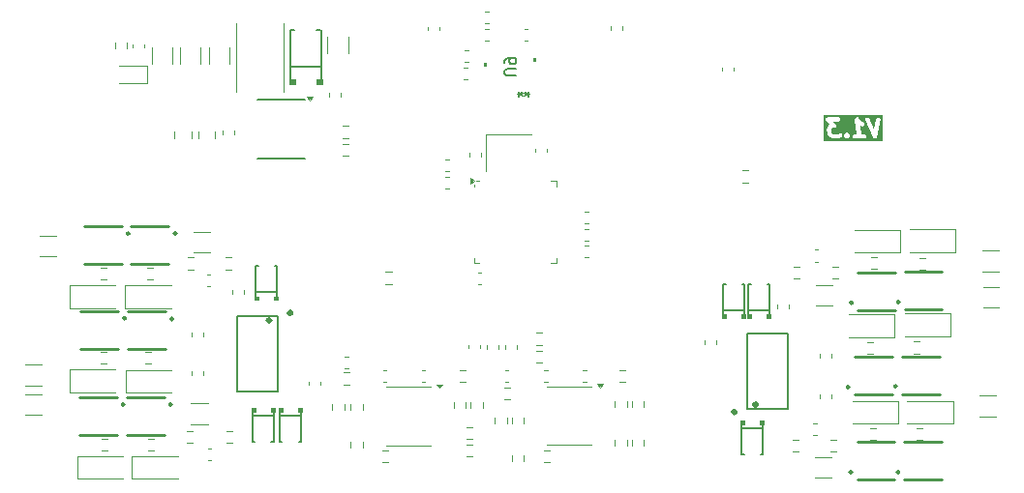
<source format=gbr>
%TF.GenerationSoftware,KiCad,Pcbnew,8.0.2*%
%TF.CreationDate,2024-06-06T21:52:40+08:00*%
%TF.ProjectId,bldcDriver,626c6463-4472-4697-9665-722e6b696361,rev?*%
%TF.SameCoordinates,Original*%
%TF.FileFunction,Legend,Bot*%
%TF.FilePolarity,Positive*%
%FSLAX46Y46*%
G04 Gerber Fmt 4.6, Leading zero omitted, Abs format (unit mm)*
G04 Created by KiCad (PCBNEW 8.0.2) date 2024-06-06 21:52:40*
%MOMM*%
%LPD*%
G01*
G04 APERTURE LIST*
%ADD10C,0.375000*%
%ADD11C,0.150000*%
%ADD12C,0.120000*%
%ADD13C,0.152000*%
%ADD14C,0.254000*%
%ADD15C,0.000000*%
%ADD16C,0.300000*%
G04 APERTURE END LIST*
D10*
G36*
X109906853Y-42271928D02*
G01*
X104731893Y-42271928D01*
X104731893Y-40360349D01*
X104919393Y-40360349D01*
X104919393Y-40433507D01*
X104947389Y-40501097D01*
X104947390Y-40501098D01*
X104970707Y-40529511D01*
X105291744Y-40847820D01*
X105228882Y-40882906D01*
X105212194Y-40891160D01*
X105209404Y-40893778D01*
X105207689Y-40894736D01*
X105205336Y-40897597D01*
X105185395Y-40916316D01*
X105115251Y-41001057D01*
X105104659Y-41012394D01*
X105102891Y-41015989D01*
X105101520Y-41017646D01*
X105100292Y-41021275D01*
X105088442Y-41045379D01*
X105045687Y-41166350D01*
X105042815Y-41170044D01*
X105037322Y-41190020D01*
X105025401Y-41223751D01*
X105025691Y-41232318D01*
X105023419Y-41240584D01*
X105024381Y-41277328D01*
X105068151Y-41603389D01*
X105067663Y-41605506D01*
X105071557Y-41628765D01*
X105077136Y-41670320D01*
X105079091Y-41673759D01*
X105079745Y-41677660D01*
X105096076Y-41710588D01*
X105186049Y-41849072D01*
X105194847Y-41867216D01*
X105204919Y-41878115D01*
X105207803Y-41882554D01*
X105211374Y-41885101D01*
X105219793Y-41894211D01*
X105301232Y-41963035D01*
X105313319Y-41976318D01*
X105325677Y-41983693D01*
X105329884Y-41987248D01*
X105334064Y-41988698D01*
X105344882Y-41995154D01*
X105471572Y-42052066D01*
X105472335Y-42052829D01*
X105484329Y-42057797D01*
X105531299Y-42078897D01*
X105535780Y-42079108D01*
X105539925Y-42080825D01*
X105576504Y-42084428D01*
X105979298Y-42081308D01*
X105986527Y-42083508D01*
X106011643Y-42081057D01*
X106041655Y-42080825D01*
X106050168Y-42077298D01*
X106059340Y-42076404D01*
X106093311Y-42062369D01*
X106236621Y-41982380D01*
X106253314Y-41974125D01*
X106256103Y-41971506D01*
X106257819Y-41970549D01*
X106260172Y-41967687D01*
X106280112Y-41948969D01*
X106363988Y-41847639D01*
X106379683Y-41801234D01*
X106524510Y-41801234D01*
X106526894Y-41837012D01*
X106529001Y-41872816D01*
X106529326Y-41873486D01*
X106529376Y-41874232D01*
X106545271Y-41906372D01*
X106560919Y-41938645D01*
X106561592Y-41939373D01*
X106561808Y-41939810D01*
X106562787Y-41940667D01*
X106585865Y-41965640D01*
X106648329Y-42018428D01*
X106649013Y-42019630D01*
X106658285Y-42026841D01*
X106695956Y-42058677D01*
X106696660Y-42058921D01*
X106697221Y-42059412D01*
X106702423Y-42061171D01*
X106706762Y-42064546D01*
X106736218Y-42072645D01*
X106765073Y-42082656D01*
X106765817Y-42082612D01*
X106766523Y-42082851D01*
X106772005Y-42082485D01*
X106777303Y-42083942D01*
X106807607Y-42080154D01*
X106838106Y-42078360D01*
X106838777Y-42078034D01*
X106839521Y-42077985D01*
X106844446Y-42075549D01*
X106849896Y-42074868D01*
X106876449Y-42059768D01*
X106903935Y-42046442D01*
X106904430Y-42045884D01*
X106905099Y-42045554D01*
X106910710Y-42040286D01*
X106913492Y-42038705D01*
X106916458Y-42034890D01*
X106931898Y-42020398D01*
X107010514Y-41925422D01*
X107015037Y-41920335D01*
X107015261Y-41919688D01*
X107015774Y-41919069D01*
X107027279Y-41885049D01*
X107035850Y-41860349D01*
X107249750Y-41860349D01*
X107249750Y-41933507D01*
X107277746Y-42001097D01*
X107329478Y-42052829D01*
X107397068Y-42080825D01*
X107433647Y-42084428D01*
X107844475Y-42082771D01*
X107848731Y-42083942D01*
X107858546Y-42082715D01*
X108327369Y-42080825D01*
X108394959Y-42052829D01*
X108446691Y-42001097D01*
X108474687Y-41933507D01*
X108474687Y-41860349D01*
X108446691Y-41792759D01*
X108394959Y-41741027D01*
X108327369Y-41713031D01*
X108290790Y-41709428D01*
X108027486Y-41710489D01*
X107927404Y-40924697D01*
X108111655Y-41007468D01*
X108184732Y-41010917D01*
X108253567Y-40986137D01*
X108307679Y-40936901D01*
X108338829Y-40870706D01*
X108342278Y-40797629D01*
X108317497Y-40728793D01*
X108268262Y-40674682D01*
X108236698Y-40655847D01*
X108114738Y-40601058D01*
X107990531Y-40493797D01*
X107887883Y-40367189D01*
X108346734Y-40367189D01*
X108349446Y-40440297D01*
X108361411Y-40475051D01*
X109042948Y-41953693D01*
X109045491Y-41967111D01*
X109057772Y-41985856D01*
X109067427Y-42006802D01*
X109077815Y-42016448D01*
X109085585Y-42028306D01*
X109104374Y-42041108D01*
X109121039Y-42056581D01*
X109134329Y-42061517D01*
X109146044Y-42069499D01*
X109168304Y-42074136D01*
X109189621Y-42082054D01*
X109203786Y-42081528D01*
X109217665Y-42084420D01*
X109240008Y-42080185D01*
X109262730Y-42079343D01*
X109275613Y-42073438D01*
X109289544Y-42070798D01*
X109308569Y-42058333D01*
X109329235Y-42048861D01*
X109338878Y-42038474D01*
X109350739Y-42030704D01*
X109363543Y-42011910D01*
X109379014Y-41995249D01*
X109383949Y-41981960D01*
X109391932Y-41970245D01*
X109402920Y-41935169D01*
X109719353Y-40398625D01*
X109705731Y-40326746D01*
X109665637Y-40265550D01*
X109605178Y-40224357D01*
X109533557Y-40209436D01*
X109461678Y-40223059D01*
X109400483Y-40263152D01*
X109359290Y-40323612D01*
X109348302Y-40358687D01*
X109153286Y-41305649D01*
X108683794Y-40287054D01*
X108630183Y-40237275D01*
X108561600Y-40211801D01*
X108488492Y-40214513D01*
X108421987Y-40244995D01*
X108372208Y-40298606D01*
X108346734Y-40367189D01*
X107887883Y-40367189D01*
X107825849Y-40290676D01*
X107816495Y-40274226D01*
X107805712Y-40265840D01*
X107796197Y-40254103D01*
X107776526Y-40243139D01*
X107758745Y-40229310D01*
X107744865Y-40225493D01*
X107732294Y-40218487D01*
X107709921Y-40215885D01*
X107688205Y-40209914D01*
X107673924Y-40211699D01*
X107659623Y-40210036D01*
X107637956Y-40216194D01*
X107615612Y-40218988D01*
X107603097Y-40226104D01*
X107589252Y-40230040D01*
X107571598Y-40244015D01*
X107552016Y-40255151D01*
X107543176Y-40266516D01*
X107531893Y-40275449D01*
X107520929Y-40295119D01*
X107507100Y-40312901D01*
X107503283Y-40326780D01*
X107496277Y-40339352D01*
X107493675Y-40361724D01*
X107487704Y-40383441D01*
X107488337Y-40407626D01*
X107487826Y-40412023D01*
X107488515Y-40414449D01*
X107488666Y-40420185D01*
X107653196Y-41711998D01*
X107397068Y-41713031D01*
X107329478Y-41741027D01*
X107277746Y-41792759D01*
X107249750Y-41860349D01*
X107035850Y-41860349D01*
X107039018Y-41851219D01*
X107038974Y-41850473D01*
X107039213Y-41849767D01*
X107036828Y-41813988D01*
X107034722Y-41778185D01*
X107034396Y-41777514D01*
X107034347Y-41776769D01*
X107018427Y-41744577D01*
X107002804Y-41712356D01*
X107002133Y-41711629D01*
X107001916Y-41711191D01*
X107000930Y-41710328D01*
X106977858Y-41685361D01*
X106915393Y-41632571D01*
X106914710Y-41631369D01*
X106905434Y-41624154D01*
X106867769Y-41592323D01*
X106867061Y-41592077D01*
X106866501Y-41591587D01*
X106861300Y-41589828D01*
X106856961Y-41586453D01*
X106827508Y-41578354D01*
X106798652Y-41568343D01*
X106797905Y-41568386D01*
X106797199Y-41568148D01*
X106791717Y-41568513D01*
X106786420Y-41567057D01*
X106756114Y-41570845D01*
X106725618Y-41572639D01*
X106724944Y-41572965D01*
X106724201Y-41573015D01*
X106719277Y-41575449D01*
X106713827Y-41576131D01*
X106687267Y-41591233D01*
X106659789Y-41604557D01*
X106659293Y-41605114D01*
X106658623Y-41605446D01*
X106653013Y-41610712D01*
X106650231Y-41612294D01*
X106647264Y-41616108D01*
X106631824Y-41630602D01*
X106553232Y-41725549D01*
X106548685Y-41730665D01*
X106548459Y-41731315D01*
X106547949Y-41731932D01*
X106536468Y-41765875D01*
X106524705Y-41799782D01*
X106524748Y-41800527D01*
X106524510Y-41801234D01*
X106379683Y-41801234D01*
X106387427Y-41778337D01*
X106382560Y-41705339D01*
X106350129Y-41639762D01*
X106295072Y-41591587D01*
X106225770Y-41568148D01*
X106152772Y-41573015D01*
X106087194Y-41605446D01*
X106060395Y-41630602D01*
X106023339Y-41675368D01*
X105961715Y-41709763D01*
X105623197Y-41712385D01*
X105533683Y-41672173D01*
X105491622Y-41636627D01*
X105436213Y-41551344D01*
X105399873Y-41280637D01*
X105424313Y-41211486D01*
X105442165Y-41189918D01*
X105504320Y-41155226D01*
X105711228Y-41152255D01*
X105711299Y-41152255D01*
X105761720Y-41131369D01*
X105778888Y-41124258D01*
X105830620Y-41072526D01*
X105838819Y-41052730D01*
X105858617Y-41004937D01*
X105858617Y-40931777D01*
X105836051Y-40877301D01*
X105830620Y-40864188D01*
X105830614Y-40864182D01*
X105807302Y-40835775D01*
X105552111Y-40582752D01*
X106068440Y-40580825D01*
X106136030Y-40552829D01*
X106187762Y-40501097D01*
X106215758Y-40433507D01*
X106215758Y-40360349D01*
X106187762Y-40292759D01*
X106136030Y-40241027D01*
X106068440Y-40213031D01*
X106031861Y-40209428D01*
X105066711Y-40213031D01*
X105066710Y-40213031D01*
X105052329Y-40218988D01*
X104999121Y-40241027D01*
X104947389Y-40292759D01*
X104919393Y-40360349D01*
X104731893Y-40360349D01*
X104731893Y-40021928D01*
X109906853Y-40021928D01*
X109906853Y-42271928D01*
G37*
D11*
X77845180Y-36561905D02*
X77035657Y-36561905D01*
X77035657Y-36561905D02*
X76940419Y-36514286D01*
X76940419Y-36514286D02*
X76892800Y-36466667D01*
X76892800Y-36466667D02*
X76845180Y-36371429D01*
X76845180Y-36371429D02*
X76845180Y-36180953D01*
X76845180Y-36180953D02*
X76892800Y-36085715D01*
X76892800Y-36085715D02*
X76940419Y-36038096D01*
X76940419Y-36038096D02*
X77035657Y-35990477D01*
X77035657Y-35990477D02*
X77845180Y-35990477D01*
X76845180Y-35466667D02*
X76845180Y-35276191D01*
X76845180Y-35276191D02*
X76892800Y-35180953D01*
X76892800Y-35180953D02*
X76940419Y-35133334D01*
X76940419Y-35133334D02*
X77083276Y-35038096D01*
X77083276Y-35038096D02*
X77273752Y-34990477D01*
X77273752Y-34990477D02*
X77654704Y-34990477D01*
X77654704Y-34990477D02*
X77749942Y-35038096D01*
X77749942Y-35038096D02*
X77797561Y-35085715D01*
X77797561Y-35085715D02*
X77845180Y-35180953D01*
X77845180Y-35180953D02*
X77845180Y-35371429D01*
X77845180Y-35371429D02*
X77797561Y-35466667D01*
X77797561Y-35466667D02*
X77749942Y-35514286D01*
X77749942Y-35514286D02*
X77654704Y-35561905D01*
X77654704Y-35561905D02*
X77416609Y-35561905D01*
X77416609Y-35561905D02*
X77321371Y-35514286D01*
X77321371Y-35514286D02*
X77273752Y-35466667D01*
X77273752Y-35466667D02*
X77226133Y-35371429D01*
X77226133Y-35371429D02*
X77226133Y-35180953D01*
X77226133Y-35180953D02*
X77273752Y-35085715D01*
X77273752Y-35085715D02*
X77321371Y-35038096D01*
X77321371Y-35038096D02*
X77416609Y-34990477D01*
X77954819Y-38187601D02*
X78192914Y-38187601D01*
X78097676Y-37949506D02*
X78192914Y-38187601D01*
X78192914Y-38187601D02*
X78097676Y-38425696D01*
X78383390Y-38044744D02*
X78192914Y-38187601D01*
X78192914Y-38187601D02*
X78383390Y-38330458D01*
X79045180Y-38187600D02*
X78807085Y-38187600D01*
X78902323Y-38425695D02*
X78807085Y-38187600D01*
X78807085Y-38187600D02*
X78902323Y-37949505D01*
X78616609Y-38330457D02*
X78807085Y-38187600D01*
X78807085Y-38187600D02*
X78616609Y-38044743D01*
D12*
%TO.C,R20*%
X87977500Y-65057776D02*
X87977500Y-65567224D01*
X89022500Y-65057776D02*
X89022500Y-65567224D01*
%TO.C,C9*%
X75257500Y-60496267D02*
X75257500Y-60203733D01*
X76277500Y-60496267D02*
X76277500Y-60203733D01*
%TO.C,R2*%
X63145724Y-42531500D02*
X62636276Y-42531500D01*
X63145724Y-43576500D02*
X62636276Y-43576500D01*
%TO.C,R23*%
X52475276Y-67667500D02*
X52984724Y-67667500D01*
X52475276Y-68712500D02*
X52984724Y-68712500D01*
%TO.C,R3*%
X42758500Y-34183724D02*
X42758500Y-33674276D01*
X43803500Y-34183724D02*
X43803500Y-33674276D01*
%TO.C,C6*%
X48431000Y-34092748D02*
X48431000Y-35515252D01*
X50251000Y-34092748D02*
X50251000Y-35515252D01*
D13*
%TO.C,D2*%
X97574000Y-69776000D02*
X97574000Y-67024000D01*
X97767000Y-69776000D02*
X97574000Y-69776000D01*
X99233000Y-69776000D02*
X99426000Y-69776000D01*
X99376000Y-67483000D02*
X97624000Y-67483000D01*
X99426000Y-69776000D02*
X99426000Y-67024000D01*
D12*
X97818000Y-67100000D02*
X97498000Y-67100000D01*
X97498000Y-66795000D01*
X97818000Y-66795000D01*
X97818000Y-67100000D01*
G36*
X97818000Y-67100000D02*
G01*
X97498000Y-67100000D01*
X97498000Y-66795000D01*
X97818000Y-66795000D01*
X97818000Y-67100000D01*
G37*
X99502000Y-67100000D02*
X99182000Y-67100000D01*
X99182000Y-66795000D01*
X99502000Y-66795000D01*
X99502000Y-67100000D01*
G36*
X99502000Y-67100000D02*
G01*
X99182000Y-67100000D01*
X99182000Y-66795000D01*
X99502000Y-66795000D01*
X99502000Y-67100000D01*
G37*
%TO.C,C18*%
X74516233Y-53840000D02*
X74808767Y-53840000D01*
X74516233Y-54860000D02*
X74808767Y-54860000D01*
%TO.C,R8*%
X42057224Y-68377500D02*
X41547776Y-68377500D01*
X42057224Y-69422500D02*
X41547776Y-69422500D01*
D14*
%TO.C,Q11*%
X111817500Y-53779476D02*
X115117500Y-53779476D01*
X115117500Y-57079476D02*
X111817500Y-57079476D01*
X111367500Y-56429476D02*
G75*
G02*
X111167500Y-56429476I-100000J0D01*
G01*
X111167500Y-56429476D02*
G75*
G02*
X111367500Y-56429476I100000J0D01*
G01*
D12*
%TO.C,R17*%
X113097776Y-52548976D02*
X113607224Y-52548976D01*
X113097776Y-53593976D02*
X113607224Y-53593976D01*
%TO.C,C4*%
X61481000Y-38107733D02*
X61481000Y-38400267D01*
X62501000Y-38107733D02*
X62501000Y-38400267D01*
%TO.C,C41*%
X76891233Y-62390000D02*
X77183767Y-62390000D01*
X76891233Y-63410000D02*
X77183767Y-63410000D01*
D14*
%TO.C,Q9*%
X111565000Y-61150000D02*
X114865000Y-61150000D01*
X114865000Y-64450000D02*
X111565000Y-64450000D01*
X111115000Y-63800000D02*
G75*
G02*
X110915000Y-63800000I-100000J0D01*
G01*
X110915000Y-63800000D02*
G75*
G02*
X111115000Y-63800000I100000J0D01*
G01*
D12*
%TO.C,C29*%
X52990000Y-55646267D02*
X52990000Y-55353733D01*
X54010000Y-55646267D02*
X54010000Y-55353733D01*
D14*
%TO.C,Q8*%
X107667500Y-68671476D02*
X110967500Y-68671476D01*
X110967500Y-71971476D02*
X107667500Y-71971476D01*
X107217500Y-71321476D02*
G75*
G02*
X107017500Y-71321476I-100000J0D01*
G01*
X107017500Y-71321476D02*
G75*
G02*
X107217500Y-71321476I100000J0D01*
G01*
D12*
%TO.C,R4*%
X41974724Y-60777500D02*
X41465276Y-60777500D01*
X41974724Y-61822500D02*
X41465276Y-61822500D01*
D14*
%TO.C,Q13*%
X39618500Y-64725000D02*
X42918500Y-64725000D01*
X42918500Y-68025000D02*
X39618500Y-68025000D01*
X43568500Y-65375000D02*
G75*
G02*
X43368500Y-65375000I-100000J0D01*
G01*
X43368500Y-65375000D02*
G75*
G02*
X43568500Y-65375000I100000J0D01*
G01*
D12*
%TO.C,R19*%
X46034724Y-53387500D02*
X45525276Y-53387500D01*
X46034724Y-54432500D02*
X45525276Y-54432500D01*
%TO.C,D22*%
X43662500Y-62350000D02*
X43662500Y-64350000D01*
X47672500Y-62350000D02*
X43662500Y-62350000D01*
X47672500Y-64350000D02*
X43662500Y-64350000D01*
%TO.C,C68*%
X79502500Y-42953733D02*
X79502500Y-43246267D01*
X80522500Y-42953733D02*
X80522500Y-43246267D01*
%TO.C,C35*%
X50813733Y-54000000D02*
X51106267Y-54000000D01*
X50813733Y-55020000D02*
X51106267Y-55020000D01*
%TO.C,C2*%
X47956000Y-41492748D02*
X47956000Y-42015252D01*
X49426000Y-41492748D02*
X49426000Y-42015252D01*
%TO.C,D19*%
X106950000Y-57471476D02*
X110960000Y-57471476D01*
X106950000Y-59471476D02*
X110960000Y-59471476D01*
X110960000Y-59471476D02*
X110960000Y-57471476D01*
%TO.C,C30*%
X49490000Y-59383767D02*
X49490000Y-59091233D01*
X50510000Y-59383767D02*
X50510000Y-59091233D01*
%TO.C,R30*%
X86477500Y-68942224D02*
X86477500Y-68432776D01*
X87522500Y-68942224D02*
X87522500Y-68432776D01*
%TO.C,R37*%
X72882776Y-62377500D02*
X73392224Y-62377500D01*
X72882776Y-63422500D02*
X73392224Y-63422500D01*
%TO.C,C50*%
X44331000Y-33807733D02*
X44331000Y-34100267D01*
X45351000Y-33807733D02*
X45351000Y-34100267D01*
D14*
%TO.C,Q14*%
X43885000Y-57240000D02*
X47185000Y-57240000D01*
X47185000Y-60540000D02*
X43885000Y-60540000D01*
X47835000Y-57890000D02*
G75*
G02*
X47635000Y-57890000I-100000J0D01*
G01*
X47635000Y-57890000D02*
G75*
G02*
X47835000Y-57890000I100000J0D01*
G01*
D12*
%TO.C,C42*%
X62853733Y-61190000D02*
X63146267Y-61190000D01*
X62853733Y-62210000D02*
X63146267Y-62210000D01*
%TO.C,U6*%
X80550000Y-63805000D02*
X82500000Y-63805000D01*
X80550000Y-68925000D02*
X82500000Y-68925000D01*
X84450000Y-63805000D02*
X82500000Y-63805000D01*
X84450000Y-68925000D02*
X82500000Y-68925000D01*
X85200000Y-63900000D02*
X84960000Y-63570000D01*
X85440000Y-63570000D01*
X85200000Y-63900000D01*
G36*
X85200000Y-63900000D02*
G01*
X84960000Y-63570000D01*
X85440000Y-63570000D01*
X85200000Y-63900000D01*
G37*
%TO.C,R45*%
X77477500Y-70354724D02*
X77477500Y-69845276D01*
X78522500Y-70354724D02*
X78522500Y-69845276D01*
%TO.C,C33*%
X118388748Y-64590000D02*
X119811252Y-64590000D01*
X118388748Y-66410000D02*
X119811252Y-66410000D01*
D14*
%TO.C,Q15*%
X40055000Y-49750714D02*
X43355000Y-49750714D01*
X43355000Y-53050714D02*
X40055000Y-53050714D01*
X44005000Y-50400714D02*
G75*
G02*
X43805000Y-50400714I-100000J0D01*
G01*
X43805000Y-50400714D02*
G75*
G02*
X44005000Y-50400714I100000J0D01*
G01*
%TO.C,Q1*%
X43767500Y-64725000D02*
X47067500Y-64725000D01*
X47067500Y-68025000D02*
X43767500Y-68025000D01*
X47717500Y-65375000D02*
G75*
G02*
X47517500Y-65375000I-100000J0D01*
G01*
X47517500Y-65375000D02*
G75*
G02*
X47717500Y-65375000I100000J0D01*
G01*
D12*
%TO.C,C27*%
X69883767Y-62390000D02*
X69591233Y-62390000D01*
X69883767Y-63410000D02*
X69591233Y-63410000D01*
D15*
%TO.C,U9*%
G36*
X75293400Y-35790501D02*
G01*
X75039400Y-35790501D01*
X75039400Y-35409501D01*
X75293400Y-35409501D01*
X75293400Y-35790501D01*
G37*
G36*
X79560600Y-35390502D02*
G01*
X79306600Y-35390502D01*
X79306600Y-35009502D01*
X79560600Y-35009502D01*
X79560600Y-35390502D01*
G37*
D12*
%TO.C,U7*%
X66462500Y-63845000D02*
X68412500Y-63845000D01*
X66462500Y-68965000D02*
X68412500Y-68965000D01*
X70362500Y-63845000D02*
X68412500Y-63845000D01*
X70362500Y-68965000D02*
X68412500Y-68965000D01*
X71112500Y-63940000D02*
X70872500Y-63610000D01*
X71352500Y-63610000D01*
X71112500Y-63940000D01*
G36*
X71112500Y-63940000D02*
G01*
X70872500Y-63610000D01*
X71352500Y-63610000D01*
X71112500Y-63940000D01*
G37*
%TO.C,U5*%
X74152500Y-46090000D02*
X74152500Y-46265000D01*
X74152500Y-53010000D02*
X74152500Y-52535000D01*
X74392500Y-45790000D02*
X74627500Y-45790000D01*
X74627500Y-53010000D02*
X74152500Y-53010000D01*
X80897500Y-45790000D02*
X81372500Y-45790000D01*
X80897500Y-53010000D02*
X81372500Y-53010000D01*
X81372500Y-45790000D02*
X81372500Y-46265000D01*
X81372500Y-53010000D02*
X81372500Y-52535000D01*
X74152500Y-45790000D02*
X73822500Y-46030000D01*
X73822500Y-45550000D01*
X74152500Y-45790000D01*
G36*
X74152500Y-45790000D02*
G01*
X73822500Y-46030000D01*
X73822500Y-45550000D01*
X74152500Y-45790000D01*
G37*
%TO.C,C51*%
X36311252Y-64490000D02*
X34888748Y-64490000D01*
X36311252Y-66310000D02*
X34888748Y-66310000D01*
%TO.C,R21*%
X73877500Y-65145276D02*
X73877500Y-65654724D01*
X74922500Y-65145276D02*
X74922500Y-65654724D01*
%TO.C,R22*%
X49584724Y-67667500D02*
X49075276Y-67667500D01*
X49584724Y-68712500D02*
X49075276Y-68712500D01*
%TO.C,R11*%
X105448564Y-69990000D02*
X103994436Y-69990000D01*
X105448564Y-71810000D02*
X103994436Y-71810000D01*
%TO.C,D8*%
X43116000Y-37189000D02*
X45576000Y-37189000D01*
X45576000Y-35719000D02*
X43116000Y-35719000D01*
X45576000Y-37189000D02*
X45576000Y-35719000D01*
%TO.C,R44*%
X80754724Y-69377500D02*
X80245276Y-69377500D01*
X80754724Y-70422500D02*
X80245276Y-70422500D01*
%TO.C,R50*%
X76845276Y-63877500D02*
X77354724Y-63877500D01*
X76845276Y-64922500D02*
X77354724Y-64922500D01*
%TO.C,R29*%
X102647224Y-53328976D02*
X102137776Y-53328976D01*
X102647224Y-54373976D02*
X102137776Y-54373976D01*
%TO.C,C12*%
X118626248Y-51890000D02*
X120048752Y-51890000D01*
X118626248Y-53710000D02*
X120048752Y-53710000D01*
%TO.C,R24*%
X49614724Y-52487500D02*
X49105276Y-52487500D01*
X49614724Y-53532500D02*
X49105276Y-53532500D01*
%TO.C,C14*%
X118688748Y-55090000D02*
X120111252Y-55090000D01*
X118688748Y-56910000D02*
X120111252Y-56910000D01*
%TO.C,C10*%
X76867500Y-60496267D02*
X76867500Y-60203733D01*
X77887500Y-60496267D02*
X77887500Y-60203733D01*
%TO.C,R7*%
X46144724Y-68377500D02*
X45635276Y-68377500D01*
X46144724Y-69422500D02*
X45635276Y-69422500D01*
%TO.C,FB3*%
X73682500Y-60166233D02*
X73682500Y-60458767D01*
X74702500Y-60166233D02*
X74702500Y-60458767D01*
%TO.C,C52*%
X70090000Y-32291233D02*
X70090000Y-32583767D01*
X71110000Y-32291233D02*
X71110000Y-32583767D01*
D13*
%TO.C,D1*%
X58077000Y-32539000D02*
X58077000Y-37208000D01*
X58077000Y-35789000D02*
X60805000Y-35789000D01*
X58428000Y-32545000D02*
X58077000Y-32545000D01*
X60360000Y-32545000D02*
X60711000Y-32545000D01*
X60787000Y-32545000D02*
X60805000Y-37230000D01*
D12*
X58479000Y-37306000D02*
X58001000Y-37306000D01*
X58001000Y-36849000D01*
X58479000Y-36849000D01*
X58479000Y-37306000D01*
G36*
X58479000Y-37306000D02*
G01*
X58001000Y-37306000D01*
X58001000Y-36849000D01*
X58479000Y-36849000D01*
X58479000Y-37306000D01*
G37*
X60881000Y-37319000D02*
X60403000Y-37319000D01*
X60403000Y-36862000D01*
X60881000Y-36862000D01*
X60881000Y-37319000D01*
G36*
X60881000Y-37319000D02*
G01*
X60403000Y-37319000D01*
X60403000Y-36862000D01*
X60881000Y-36862000D01*
X60881000Y-37319000D01*
G37*
%TO.C,FB2*%
X61331000Y-34581064D02*
X61331000Y-33126936D01*
X63151000Y-34581064D02*
X63151000Y-33126936D01*
%TO.C,R5*%
X45934724Y-60767500D02*
X45425276Y-60767500D01*
X45934724Y-61812500D02*
X45425276Y-61812500D01*
%TO.C,C16*%
X104382500Y-64524209D02*
X104382500Y-64816743D01*
X105402500Y-64524209D02*
X105402500Y-64816743D01*
D14*
%TO.C,Q7*%
X111796500Y-68656476D02*
X115096500Y-68656476D01*
X115096500Y-71956476D02*
X111796500Y-71956476D01*
X111346500Y-71306476D02*
G75*
G02*
X111146500Y-71306476I-100000J0D01*
G01*
X111146500Y-71306476D02*
G75*
G02*
X111346500Y-71306476I100000J0D01*
G01*
D12*
%TO.C,C34*%
X36311252Y-61890000D02*
X34888748Y-61890000D01*
X36311252Y-63710000D02*
X34888748Y-63710000D01*
%TO.C,C19*%
X71678733Y-45440000D02*
X71971267Y-45440000D01*
X71678733Y-46460000D02*
X71971267Y-46460000D01*
D14*
%TO.C,Q12*%
X107727500Y-53806476D02*
X111027500Y-53806476D01*
X111027500Y-57106476D02*
X107727500Y-57106476D01*
X107277500Y-56456476D02*
G75*
G02*
X107077500Y-56456476I-100000J0D01*
G01*
X107077500Y-56456476D02*
G75*
G02*
X107277500Y-56456476I100000J0D01*
G01*
D12*
%TO.C,R18*%
X108885276Y-52468976D02*
X109394724Y-52468976D01*
X108885276Y-53513976D02*
X109394724Y-53513976D01*
%TO.C,C26*%
X100690000Y-56946267D02*
X100690000Y-56653733D01*
X101710000Y-56946267D02*
X101710000Y-56653733D01*
%TO.C,C46*%
X66191233Y-62390000D02*
X66483767Y-62390000D01*
X66191233Y-63410000D02*
X66483767Y-63410000D01*
%TO.C,R26*%
X105345276Y-68477500D02*
X105854724Y-68477500D01*
X105345276Y-69522500D02*
X105854724Y-69522500D01*
%TO.C,R48*%
X77477500Y-66545276D02*
X77477500Y-67054724D01*
X78522500Y-66545276D02*
X78522500Y-67054724D01*
%TO.C,C45*%
X80291233Y-62390000D02*
X80583767Y-62390000D01*
X80291233Y-63410000D02*
X80583767Y-63410000D01*
%TO.C,R31*%
X87977500Y-68942224D02*
X87977500Y-68432776D01*
X89022500Y-68942224D02*
X89022500Y-68432776D01*
%TO.C,R14*%
X108806776Y-67448976D02*
X109316224Y-67448976D01*
X108806776Y-68493976D02*
X109316224Y-68493976D01*
%TO.C,C23*%
X78846267Y-32490001D02*
X78553733Y-32490001D01*
X78846267Y-33510001D02*
X78553733Y-33510001D01*
%TO.C,C49*%
X37611252Y-50590000D02*
X36188748Y-50590000D01*
X37611252Y-52410000D02*
X36188748Y-52410000D01*
D13*
%TO.C,D7*%
X55074000Y-53224000D02*
X55074000Y-55976000D01*
X55124000Y-55517000D02*
X56876000Y-55517000D01*
X55267000Y-53224000D02*
X55074000Y-53224000D01*
X56733000Y-53224000D02*
X56926000Y-53224000D01*
X56926000Y-53224000D02*
X56926000Y-55976000D01*
D12*
X55318000Y-56205000D02*
X54998000Y-56205000D01*
X54998000Y-55900000D01*
X55318000Y-55900000D01*
X55318000Y-56205000D01*
G36*
X55318000Y-56205000D02*
G01*
X54998000Y-56205000D01*
X54998000Y-55900000D01*
X55318000Y-55900000D01*
X55318000Y-56205000D01*
G37*
X57002000Y-56205000D02*
X56682000Y-56205000D01*
X56682000Y-55900000D01*
X57002000Y-55900000D01*
X57002000Y-56205000D01*
G36*
X57002000Y-56205000D02*
G01*
X56682000Y-56205000D01*
X56682000Y-55900000D01*
X57002000Y-55900000D01*
X57002000Y-56205000D01*
G37*
%TO.C,C7*%
X45971000Y-34072748D02*
X45971000Y-35495252D01*
X47791000Y-34072748D02*
X47791000Y-35495252D01*
%TO.C,R53*%
X98154724Y-44877500D02*
X97645276Y-44877500D01*
X98154724Y-45922500D02*
X97645276Y-45922500D01*
D13*
%TO.C,D3*%
X95974000Y-54824000D02*
X95974000Y-57576000D01*
X96024000Y-57117000D02*
X97776000Y-57117000D01*
X96167000Y-54824000D02*
X95974000Y-54824000D01*
X97633000Y-54824000D02*
X97826000Y-54824000D01*
X97826000Y-54824000D02*
X97826000Y-57576000D01*
D12*
X96218000Y-57805000D02*
X95898000Y-57805000D01*
X95898000Y-57500000D01*
X96218000Y-57500000D01*
X96218000Y-57805000D01*
G36*
X96218000Y-57805000D02*
G01*
X95898000Y-57805000D01*
X95898000Y-57500000D01*
X96218000Y-57500000D01*
X96218000Y-57805000D01*
G37*
X97902000Y-57805000D02*
X97582000Y-57805000D01*
X97582000Y-57500000D01*
X97902000Y-57500000D01*
X97902000Y-57805000D01*
G36*
X97902000Y-57805000D02*
G01*
X97582000Y-57805000D01*
X97582000Y-57500000D01*
X97902000Y-57500000D01*
X97902000Y-57805000D01*
G37*
%TO.C,R9*%
X49402936Y-65270000D02*
X50857064Y-65270000D01*
X49402936Y-67090000D02*
X50857064Y-67090000D01*
%TO.C,C17*%
X84146267Y-49990000D02*
X83853733Y-49990000D01*
X84146267Y-51010000D02*
X83853733Y-51010000D01*
%TO.C,D20*%
X112270000Y-50051476D02*
X116280000Y-50051476D01*
X112270000Y-52051476D02*
X116280000Y-52051476D01*
X116280000Y-52051476D02*
X116280000Y-50051476D01*
%TO.C,C22*%
X73353733Y-34385001D02*
X73646267Y-34385001D01*
X73353733Y-35405001D02*
X73646267Y-35405001D01*
%TO.C,C20*%
X71666233Y-43940000D02*
X71958767Y-43940000D01*
X71666233Y-44960000D02*
X71958767Y-44960000D01*
%TO.C,R51*%
X63377500Y-65345276D02*
X63377500Y-65854724D01*
X64422500Y-65345276D02*
X64422500Y-65854724D01*
D14*
%TO.C,Q16*%
X44164000Y-49760000D02*
X47464000Y-49760000D01*
X47464000Y-53060000D02*
X44164000Y-53060000D01*
X48114000Y-50410000D02*
G75*
G02*
X47914000Y-50410000I-100000J0D01*
G01*
X47914000Y-50410000D02*
G75*
G02*
X48114000Y-50410000I100000J0D01*
G01*
D12*
%TO.C,L1*%
X53341000Y-32004000D02*
X53341000Y-38004000D01*
X57541000Y-32004000D02*
X57541000Y-38004000D01*
%TO.C,R32*%
X74042224Y-68877500D02*
X73532776Y-68877500D01*
X74042224Y-69922500D02*
X73532776Y-69922500D01*
%TO.C,R33*%
X74042224Y-67377500D02*
X73532776Y-67377500D01*
X74042224Y-68422500D02*
X73532776Y-68422500D01*
%TO.C,C67*%
X73752500Y-43636267D02*
X73752500Y-43343733D01*
X74772500Y-43636267D02*
X74772500Y-43343733D01*
%TO.C,D17*%
X107259000Y-65071476D02*
X111269000Y-65071476D01*
X107259000Y-67071476D02*
X111269000Y-67071476D01*
X111269000Y-67071476D02*
X111269000Y-65071476D01*
D13*
%TO.C,U1*%
X98029000Y-59145500D02*
X101571000Y-59145500D01*
X98029000Y-65797500D02*
X98029000Y-59145500D01*
X101571000Y-59145500D02*
X101571000Y-65797500D01*
X101571000Y-65797500D02*
X98029000Y-65797500D01*
D16*
X97079000Y-66030500D02*
G75*
G02*
X96779000Y-66030500I-150000J0D01*
G01*
X96779000Y-66030500D02*
G75*
G02*
X97079000Y-66030500I150000J0D01*
G01*
X98931000Y-65396500D02*
G75*
G02*
X98631000Y-65396500I-150000J0D01*
G01*
X98631000Y-65396500D02*
G75*
G02*
X98931000Y-65396500I150000J0D01*
G01*
D12*
%TO.C,C11*%
X83983767Y-62390000D02*
X83691233Y-62390000D01*
X83983767Y-63410000D02*
X83691233Y-63410000D01*
%TO.C,C1*%
X50056000Y-41492748D02*
X50056000Y-42015252D01*
X51526000Y-41492748D02*
X51526000Y-42015252D01*
D13*
%TO.C,D10*%
X57174000Y-68676000D02*
X57174000Y-65924000D01*
X57367000Y-68676000D02*
X57174000Y-68676000D01*
X58833000Y-68676000D02*
X59026000Y-68676000D01*
X58976000Y-66383000D02*
X57224000Y-66383000D01*
X59026000Y-68676000D02*
X59026000Y-65924000D01*
D12*
X57418000Y-66000000D02*
X57098000Y-66000000D01*
X57098000Y-65695000D01*
X57418000Y-65695000D01*
X57418000Y-66000000D01*
G36*
X57418000Y-66000000D02*
G01*
X57098000Y-66000000D01*
X57098000Y-65695000D01*
X57418000Y-65695000D01*
X57418000Y-66000000D01*
G37*
X59102000Y-66000000D02*
X58782000Y-66000000D01*
X58782000Y-65695000D01*
X59102000Y-65695000D01*
X59102000Y-66000000D01*
G36*
X59102000Y-66000000D02*
G01*
X58782000Y-66000000D01*
X58782000Y-65695000D01*
X59102000Y-65695000D01*
X59102000Y-66000000D01*
G37*
%TO.C,R6*%
X42004724Y-53367500D02*
X41495276Y-53367500D01*
X42004724Y-54412500D02*
X41495276Y-54412500D01*
%TO.C,R47*%
X66654724Y-69377500D02*
X66145276Y-69377500D01*
X66654724Y-70422500D02*
X66145276Y-70422500D01*
%TO.C,FB4*%
X83866233Y-48490000D02*
X84158767Y-48490000D01*
X83866233Y-49510000D02*
X84158767Y-49510000D01*
%TO.C,R1*%
X62636276Y-40981500D02*
X63145724Y-40981500D01*
X62636276Y-42026500D02*
X63145724Y-42026500D01*
%TO.C,R10*%
X49642936Y-50230000D02*
X51097064Y-50230000D01*
X49642936Y-52050000D02*
X51097064Y-52050000D01*
%TO.C,C15*%
X94290000Y-59791233D02*
X94290000Y-60083767D01*
X95310000Y-59791233D02*
X95310000Y-60083767D01*
%TO.C,R38*%
X79612776Y-60690000D02*
X80122224Y-60690000D01*
X79612776Y-61735000D02*
X80122224Y-61735000D01*
%TO.C,D16*%
X112061500Y-65071476D02*
X116071500Y-65071476D01*
X112061500Y-67071476D02*
X116071500Y-67071476D01*
X116071500Y-67071476D02*
X116071500Y-65071476D01*
%TO.C,Y1*%
X75162500Y-41750000D02*
X75162500Y-44950000D01*
X79162500Y-41750000D02*
X75162500Y-41750000D01*
%TO.C,R46*%
X63377500Y-69154724D02*
X63377500Y-68645276D01*
X64422500Y-69154724D02*
X64422500Y-68645276D01*
D13*
%TO.C,D4*%
X98174000Y-54824000D02*
X98174000Y-57576000D01*
X98224000Y-57117000D02*
X99976000Y-57117000D01*
X98367000Y-54824000D02*
X98174000Y-54824000D01*
X99833000Y-54824000D02*
X100026000Y-54824000D01*
X100026000Y-54824000D02*
X100026000Y-57576000D01*
D12*
X98418000Y-57805000D02*
X98098000Y-57805000D01*
X98098000Y-57500000D01*
X98418000Y-57500000D01*
X98418000Y-57805000D01*
G36*
X98418000Y-57805000D02*
G01*
X98098000Y-57805000D01*
X98098000Y-57500000D01*
X98418000Y-57500000D01*
X98418000Y-57805000D01*
G37*
X100102000Y-57805000D02*
X99782000Y-57805000D01*
X99782000Y-57500000D01*
X100102000Y-57500000D01*
X100102000Y-57805000D01*
G36*
X100102000Y-57805000D02*
G01*
X99782000Y-57805000D01*
X99782000Y-57500000D01*
X100102000Y-57500000D01*
X100102000Y-57805000D01*
G37*
%TO.C,R39*%
X80147224Y-59090000D02*
X79637776Y-59090000D01*
X80147224Y-60135000D02*
X79637776Y-60135000D01*
%TO.C,C36*%
X104146267Y-66990000D02*
X103853733Y-66990000D01*
X104146267Y-68010000D02*
X103853733Y-68010000D01*
%TO.C,D9*%
X38750000Y-62320000D02*
X38750000Y-64320000D01*
X42760000Y-62320000D02*
X38750000Y-62320000D01*
X42760000Y-64320000D02*
X38750000Y-64320000D01*
%TO.C,C8*%
X84158767Y-51490000D02*
X83866233Y-51490000D01*
X84158767Y-52510000D02*
X83866233Y-52510000D01*
%TO.C,C38*%
X95890000Y-35853733D02*
X95890000Y-36146267D01*
X96910000Y-35853733D02*
X96910000Y-36146267D01*
%TO.C,R12*%
X105489564Y-54911476D02*
X104035436Y-54911476D01*
X105489564Y-56731476D02*
X104035436Y-56731476D01*
D13*
%TO.C,U2*%
X53429000Y-57602500D02*
X56971000Y-57602500D01*
X53429000Y-64254500D02*
X53429000Y-57602500D01*
X56971000Y-57602500D02*
X56971000Y-64254500D01*
X56971000Y-64254500D02*
X53429000Y-64254500D01*
D16*
X56369000Y-58003500D02*
G75*
G02*
X56069000Y-58003500I-150000J0D01*
G01*
X56069000Y-58003500D02*
G75*
G02*
X56369000Y-58003500I150000J0D01*
G01*
X58221000Y-57369500D02*
G75*
G02*
X57921000Y-57369500I-150000J0D01*
G01*
X57921000Y-57369500D02*
G75*
G02*
X58221000Y-57369500I150000J0D01*
G01*
D12*
%TO.C,R42*%
X75977500Y-66545276D02*
X75977500Y-67054724D01*
X77022500Y-66545276D02*
X77022500Y-67054724D01*
D11*
%TO.C,U3*%
X55216000Y-38684000D02*
X59366000Y-38684000D01*
X55216000Y-43834000D02*
X59366000Y-43834000D01*
D12*
X59791000Y-38759000D02*
X59551000Y-38429000D01*
X60031000Y-38429000D01*
X59791000Y-38759000D01*
G36*
X59791000Y-38759000D02*
G01*
X59551000Y-38429000D01*
X60031000Y-38429000D01*
X59791000Y-38759000D01*
G37*
%TO.C,C32*%
X59690000Y-63683767D02*
X59690000Y-63391233D01*
X60710000Y-63683767D02*
X60710000Y-63391233D01*
%TO.C,R34*%
X86477500Y-65045276D02*
X86477500Y-65554724D01*
X87522500Y-65045276D02*
X87522500Y-65554724D01*
D13*
%TO.C,D11*%
X54774000Y-68676000D02*
X54774000Y-65924000D01*
X54967000Y-68676000D02*
X54774000Y-68676000D01*
X56433000Y-68676000D02*
X56626000Y-68676000D01*
X56576000Y-66383000D02*
X54824000Y-66383000D01*
X56626000Y-68676000D02*
X56626000Y-65924000D01*
D12*
X55018000Y-66000000D02*
X54698000Y-66000000D01*
X54698000Y-65695000D01*
X55018000Y-65695000D01*
X55018000Y-66000000D01*
G36*
X55018000Y-66000000D02*
G01*
X54698000Y-66000000D01*
X54698000Y-65695000D01*
X55018000Y-65695000D01*
X55018000Y-66000000D01*
G37*
X56702000Y-66000000D02*
X56382000Y-66000000D01*
X56382000Y-65695000D01*
X56702000Y-65695000D01*
X56702000Y-66000000D01*
G36*
X56702000Y-66000000D02*
G01*
X56382000Y-66000000D01*
X56382000Y-65695000D01*
X56702000Y-65695000D01*
X56702000Y-66000000D01*
G37*
%TO.C,D18*%
X111817500Y-57400000D02*
X115827500Y-57400000D01*
X111817500Y-59400000D02*
X115827500Y-59400000D01*
X115827500Y-59400000D02*
X115827500Y-57400000D01*
%TO.C,D23*%
X38792500Y-54940000D02*
X38792500Y-56940000D01*
X42802500Y-54940000D02*
X38792500Y-54940000D01*
X42802500Y-56940000D02*
X38792500Y-56940000D01*
%TO.C,R16*%
X108525276Y-59888976D02*
X109034724Y-59888976D01*
X108525276Y-60933976D02*
X109034724Y-60933976D01*
%TO.C,D24*%
X43640000Y-54950000D02*
X43640000Y-56950000D01*
X47650000Y-54950000D02*
X43640000Y-54950000D01*
X47650000Y-56950000D02*
X43640000Y-56950000D01*
%TO.C,R52*%
X62782776Y-62577500D02*
X63292224Y-62577500D01*
X62782776Y-63622500D02*
X63292224Y-63622500D01*
D14*
%TO.C,Q10*%
X107435000Y-61216476D02*
X110735000Y-61216476D01*
X110735000Y-64516476D02*
X107435000Y-64516476D01*
X106985000Y-63866476D02*
G75*
G02*
X106785000Y-63866476I-100000J0D01*
G01*
X106785000Y-63866476D02*
G75*
G02*
X106985000Y-63866476I100000J0D01*
G01*
D12*
%TO.C,R25*%
X52425276Y-52487500D02*
X52934724Y-52487500D01*
X52425276Y-53532500D02*
X52934724Y-53532500D01*
%TO.C,C13*%
X73291233Y-35890000D02*
X73583767Y-35890000D01*
X73291233Y-36910000D02*
X73583767Y-36910000D01*
%TO.C,C21*%
X86090000Y-32253733D02*
X86090000Y-32546267D01*
X87110000Y-32253733D02*
X87110000Y-32546267D01*
%TO.C,D21*%
X107440000Y-50081476D02*
X111450000Y-50081476D01*
X107440000Y-52081476D02*
X111450000Y-52081476D01*
X111450000Y-52081476D02*
X111450000Y-50081476D01*
%TO.C,R27*%
X102554724Y-68477500D02*
X102045276Y-68477500D01*
X102554724Y-69522500D02*
X102045276Y-69522500D01*
%TO.C,C28*%
X50873733Y-69210000D02*
X51166267Y-69210000D01*
X50873733Y-70230000D02*
X51166267Y-70230000D01*
%TO.C,C24*%
X75153733Y-32485001D02*
X75446267Y-32485001D01*
X75153733Y-33505001D02*
X75446267Y-33505001D01*
%TO.C,D5*%
X39442500Y-69900000D02*
X39442500Y-71900000D01*
X43452500Y-69900000D02*
X39442500Y-69900000D01*
X43452500Y-71900000D02*
X39442500Y-71900000D01*
%TO.C,C25*%
X104390000Y-60953733D02*
X104390000Y-61246267D01*
X105410000Y-60953733D02*
X105410000Y-61246267D01*
%TO.C,C3*%
X52131000Y-41407733D02*
X52131000Y-41700267D01*
X53151000Y-41407733D02*
X53151000Y-41700267D01*
%TO.C,R35*%
X86882776Y-62377500D02*
X87392224Y-62377500D01*
X86882776Y-63422500D02*
X87392224Y-63422500D01*
%TO.C,C37*%
X104238767Y-51831476D02*
X103946233Y-51831476D01*
X104238767Y-52851476D02*
X103946233Y-52851476D01*
%TO.C,R43*%
X61777500Y-65345276D02*
X61777500Y-65854724D01*
X62822500Y-65345276D02*
X62822500Y-65854724D01*
%TO.C,R28*%
X105507776Y-53328976D02*
X106017224Y-53328976D01*
X105507776Y-54373976D02*
X106017224Y-54373976D01*
%TO.C,R15*%
X112625276Y-59877500D02*
X113134724Y-59877500D01*
X112625276Y-60922500D02*
X113134724Y-60922500D01*
%TO.C,FB1*%
X75153733Y-30990001D02*
X75446267Y-30990001D01*
X75153733Y-32010001D02*
X75446267Y-32010001D01*
%TO.C,C5*%
X50941000Y-34112748D02*
X50941000Y-35535252D01*
X52761000Y-34112748D02*
X52761000Y-35535252D01*
%TO.C,R36*%
X72377500Y-65145276D02*
X72377500Y-65654724D01*
X73422500Y-65145276D02*
X73422500Y-65654724D01*
D14*
%TO.C,Q2*%
X39735000Y-57180000D02*
X43035000Y-57180000D01*
X43035000Y-60480000D02*
X39735000Y-60480000D01*
X43685000Y-57830000D02*
G75*
G02*
X43485000Y-57830000I-100000J0D01*
G01*
X43485000Y-57830000D02*
G75*
G02*
X43685000Y-57830000I100000J0D01*
G01*
D12*
%TO.C,D6*%
X44242500Y-69900000D02*
X44242500Y-71900000D01*
X48252500Y-69900000D02*
X44242500Y-69900000D01*
X48252500Y-71900000D02*
X44242500Y-71900000D01*
%TO.C,R13*%
X112836776Y-67448976D02*
X113346224Y-67448976D01*
X112836776Y-68493976D02*
X113346224Y-68493976D01*
%TO.C,C31*%
X49490000Y-62783767D02*
X49490000Y-62491233D01*
X50510000Y-62783767D02*
X50510000Y-62491233D01*
%TO.C,R40*%
X66942224Y-53777500D02*
X66432776Y-53777500D01*
X66942224Y-54822500D02*
X66432776Y-54822500D01*
%TD*%
M02*

</source>
